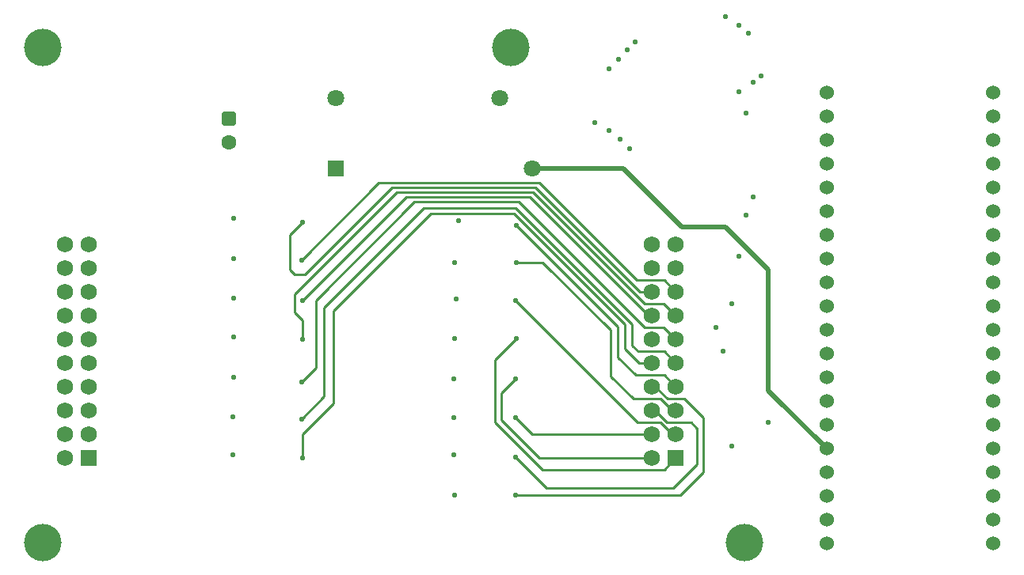
<source format=gbr>
G04*
G04 #@! TF.GenerationSoftware,Altium Limited,Altium Designer,23.9.2 (47)*
G04*
G04 Layer_Physical_Order=4*
G04 Layer_Color=16711680*
%FSLAX25Y25*%
%MOIN*%
G70*
G04*
G04 #@! TF.SameCoordinates,7D7DC0CB-560A-4B43-BD03-011E7A05A225*
G04*
G04*
G04 #@! TF.FilePolarity,Positive*
G04*
G01*
G75*
%ADD13C,0.01000*%
%ADD24R,0.06850X0.06850*%
%ADD25C,0.06850*%
%ADD33C,0.06000*%
%ADD34C,0.06299*%
G04:AMPARAMS|DCode=35|XSize=62.99mil|YSize=62.99mil|CornerRadius=15.75mil|HoleSize=0mil|Usage=FLASHONLY|Rotation=270.000|XOffset=0mil|YOffset=0mil|HoleType=Round|Shape=RoundedRectangle|*
%AMROUNDEDRECTD35*
21,1,0.06299,0.03150,0,0,270.0*
21,1,0.03150,0.06299,0,0,270.0*
1,1,0.03150,-0.01575,-0.01575*
1,1,0.03150,-0.01575,0.01575*
1,1,0.03150,0.01575,0.01575*
1,1,0.03150,0.01575,-0.01575*
%
%ADD35ROUNDEDRECTD35*%
%ADD36C,0.07087*%
%ADD37R,0.07087X0.07087*%
%ADD38C,0.02300*%
%ADD39C,0.15748*%
%ADD41C,0.02000*%
D13*
X219000Y130000D02*
X230000D01*
X161000Y163500D02*
X228199D01*
X166500Y161500D02*
X227000D01*
X168500Y159500D02*
X226000D01*
X176000Y155500D02*
X220000D01*
X172500Y157500D02*
X224500D01*
X180000Y153000D02*
X218500D01*
X182828Y150500D02*
X218000D01*
X125500Y108926D02*
X129000Y105426D01*
X128500Y64000D02*
X128500D01*
X129000Y47500D02*
Y57500D01*
Y97500D02*
Y105426D01*
X128500Y79500D02*
X134500Y85500D01*
X128500Y64000D02*
X138000Y73500D01*
X134500Y85500D02*
Y114000D01*
X129000Y57500D02*
X142000Y70500D01*
X138000Y73500D02*
Y111000D01*
X142000Y70500D02*
Y109500D01*
X123500Y127000D02*
Y141500D01*
Y127000D02*
X125500Y125000D01*
Y108926D02*
Y116500D01*
X123500Y141500D02*
X129000Y147000D01*
X125500Y125000D02*
X130000D01*
X141914Y109586D02*
X142000Y109500D01*
X128500Y131000D02*
X161000Y163500D01*
X125500Y116500D02*
X168500Y159500D01*
X130000Y125000D02*
X166500Y161500D01*
X129000Y114000D02*
X172500Y157500D01*
X134500Y114000D02*
X176000Y155500D01*
X138000Y111000D02*
X180000Y153000D01*
X141914Y109586D02*
X182828Y150500D01*
X210000Y62500D02*
Y89000D01*
X212500Y63500D02*
Y75000D01*
X210000Y89000D02*
X219000Y98000D01*
X212500Y75000D02*
X218500Y81000D01*
X210000Y62500D02*
X229925Y42575D01*
X212500Y63500D02*
X228500Y47500D01*
X218500Y64500D02*
X225500Y57500D01*
X218500Y48000D02*
X231500Y35000D01*
X218500Y114000D02*
X269925Y62575D01*
X225500Y57500D02*
X276000D01*
X228500Y47500D02*
X276000D01*
X218500Y32000D02*
X288000D01*
X229925Y42575D02*
X281075D01*
X231500Y35000D02*
X285000D01*
X258500Y82000D02*
Y101500D01*
X261500Y90000D02*
Y103000D01*
X258500Y82000D02*
X268075Y72425D01*
X264500Y93500D02*
Y104000D01*
X261500Y90000D02*
X269075Y82425D01*
X264500Y93500D02*
X270500Y87500D01*
X267500Y95000D02*
Y104000D01*
X219000Y145500D02*
X261500Y103000D01*
X218000Y150500D02*
X264500Y104000D01*
X218500Y153000D02*
X267500Y104000D01*
X230000Y130000D02*
X258500Y101500D01*
X220000Y155500D02*
X273000Y102500D01*
X227000Y161500D02*
X271000Y117500D01*
X228462Y163538D02*
X269575Y122425D01*
X226000Y159500D02*
X272925Y112575D01*
X224500Y157500D02*
X274500Y107500D01*
X270500Y87500D02*
X276000D01*
X268075Y72425D02*
X279575D01*
X269925Y62575D02*
X279425D01*
X269075Y82425D02*
X281075D01*
X276000Y67500D02*
X277328D01*
X276000Y77500D02*
X277328D01*
Y67500D02*
X282254Y62575D01*
X277328Y77500D02*
X282403Y72425D01*
X279425Y62575D02*
X284500Y57500D01*
X279575Y72425D02*
X284500Y67500D01*
X281075Y42575D02*
X286000Y47500D01*
X281075Y82425D02*
X286000Y77500D01*
X284500Y57500D02*
X286000D01*
X284500Y67500D02*
X286000D01*
X282403Y72425D02*
X289575D01*
X282254Y62575D02*
X292425D01*
X285000Y35000D02*
X295000Y45000D01*
X288000Y32000D02*
X297500Y41500D01*
X289575Y72425D02*
X297500Y64500D01*
X292425Y62575D02*
X295000Y60000D01*
Y45000D02*
Y60000D01*
X297500Y41500D02*
Y64500D01*
X267500Y95000D02*
X270075Y92425D01*
X271000Y117500D02*
X276000D01*
X274500Y107500D02*
X276000D01*
X269575Y122425D02*
X281075D01*
X270075Y92425D02*
X281075D01*
X272925Y112575D02*
X280925D01*
X273000Y102500D02*
X281000D01*
X280925Y112575D02*
X286000Y107500D01*
X281000Y102500D02*
X286000Y97500D01*
X281075Y92425D02*
X286000Y87500D01*
X281075Y122425D02*
X286000Y117500D01*
D24*
X39000Y47500D02*
D03*
X286000D02*
D03*
D25*
X39000Y57500D02*
D03*
Y67500D02*
D03*
Y77500D02*
D03*
Y87500D02*
D03*
Y97500D02*
D03*
Y107500D02*
D03*
Y117500D02*
D03*
Y127500D02*
D03*
Y137500D02*
D03*
X29000Y47500D02*
D03*
Y57500D02*
D03*
Y67500D02*
D03*
Y77500D02*
D03*
Y87500D02*
D03*
Y97500D02*
D03*
Y107500D02*
D03*
Y117500D02*
D03*
Y127500D02*
D03*
Y137500D02*
D03*
X276000D02*
D03*
Y127500D02*
D03*
Y117500D02*
D03*
Y107500D02*
D03*
Y97500D02*
D03*
Y87500D02*
D03*
Y77500D02*
D03*
Y67500D02*
D03*
Y57500D02*
D03*
Y47500D02*
D03*
X286000Y137500D02*
D03*
Y127500D02*
D03*
Y117500D02*
D03*
Y107500D02*
D03*
Y97500D02*
D03*
Y87500D02*
D03*
Y77500D02*
D03*
Y67500D02*
D03*
Y57500D02*
D03*
D33*
X349500Y11500D02*
D03*
Y21500D02*
D03*
Y31500D02*
D03*
Y41500D02*
D03*
Y51500D02*
D03*
Y61500D02*
D03*
Y71500D02*
D03*
Y81500D02*
D03*
Y91500D02*
D03*
Y101500D02*
D03*
Y111500D02*
D03*
Y121500D02*
D03*
Y131500D02*
D03*
Y141500D02*
D03*
Y151500D02*
D03*
Y161500D02*
D03*
Y171500D02*
D03*
Y181500D02*
D03*
Y191500D02*
D03*
Y201500D02*
D03*
X419500D02*
D03*
Y191500D02*
D03*
Y181500D02*
D03*
Y171500D02*
D03*
Y161500D02*
D03*
Y151500D02*
D03*
Y141500D02*
D03*
Y131500D02*
D03*
Y121500D02*
D03*
Y111500D02*
D03*
Y101500D02*
D03*
Y91500D02*
D03*
Y81500D02*
D03*
Y71500D02*
D03*
Y61500D02*
D03*
Y51500D02*
D03*
Y41500D02*
D03*
Y31500D02*
D03*
Y21500D02*
D03*
Y11500D02*
D03*
D34*
X98000Y180500D02*
D03*
D35*
Y190500D02*
D03*
D36*
X211898Y199028D02*
D03*
X143000D02*
D03*
X225677Y169500D02*
D03*
D37*
X143000D02*
D03*
D38*
X99500Y49000D02*
D03*
Y65000D02*
D03*
X128500Y79500D02*
D03*
X100000Y81500D02*
D03*
Y98500D02*
D03*
Y115000D02*
D03*
Y131500D02*
D03*
X99850Y148500D02*
D03*
X193000Y32000D02*
D03*
X218500D02*
D03*
X129000Y47500D02*
D03*
X218500Y48000D02*
D03*
X192500Y49000D02*
D03*
X128500Y64000D02*
D03*
X192500Y64500D02*
D03*
X218500D02*
D03*
X192500Y81000D02*
D03*
X218500D02*
D03*
X129000Y97500D02*
D03*
X193000Y98000D02*
D03*
X219000D02*
D03*
X129000Y114000D02*
D03*
X218500D02*
D03*
X193500Y114500D02*
D03*
X219000Y130000D02*
D03*
X128500Y131000D02*
D03*
X219000Y145500D02*
D03*
X129000Y147000D02*
D03*
X194500Y147500D02*
D03*
X262500Y182000D02*
D03*
X258000Y185500D02*
D03*
X252000Y189000D02*
D03*
X309500Y52500D02*
D03*
X306000Y92500D02*
D03*
X303000Y102425D02*
D03*
X309500Y112500D02*
D03*
X312500Y132500D02*
D03*
X266500Y178000D02*
D03*
X315500Y193000D02*
D03*
X312500Y202000D02*
D03*
X265500Y219500D02*
D03*
X269000Y223000D02*
D03*
X312500Y230000D02*
D03*
X307000Y233500D02*
D03*
X325000Y62425D02*
D03*
X315500Y150000D02*
D03*
X316500Y226500D02*
D03*
X318500Y157500D02*
D03*
Y206000D02*
D03*
X322000Y208650D02*
D03*
X193000Y130000D02*
D03*
X258000Y211500D02*
D03*
X262000Y215500D02*
D03*
D39*
X19685Y220472D02*
D03*
X216535Y220472D02*
D03*
X314961Y11811D02*
D03*
X19685Y11811D02*
D03*
D41*
X225677Y169500D02*
X263912D01*
X288412Y145000D01*
X307000D01*
X325000Y127000D01*
Y76000D02*
Y127000D01*
Y76000D02*
X350143Y50857D01*
M02*

</source>
